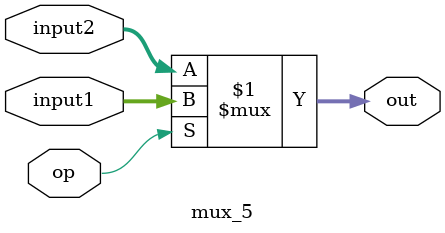
<source format=v>
module mux_5(input1, input2, op, out);
	input [4:0] input1;
	input [4:0] input2;
	input op;
	output [4:0] out;

	assign out = op ? input1 : input2;
	
	
endmodule

</source>
